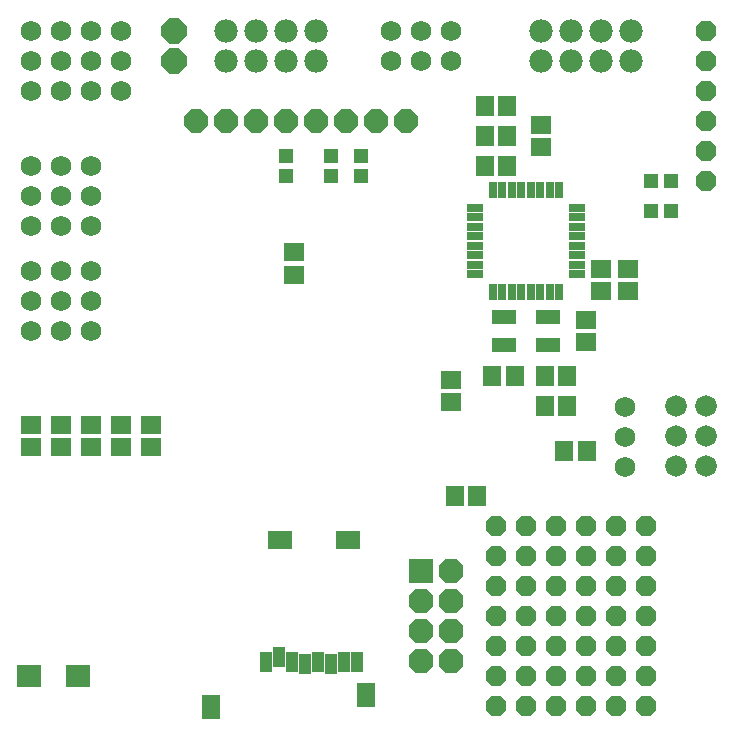
<source format=gbr>
G04 EAGLE Gerber RS-274X export*
G75*
%MOMM*%
%FSLAX34Y34*%
%LPD*%
%INSoldermask Bottom*%
%IPPOS*%
%AMOC8*
5,1,8,0,0,1.08239X$1,22.5*%
G01*
%ADD10R,1.703200X1.503200*%
%ADD11R,1.203200X1.303200*%
%ADD12R,1.003200X1.703200*%
%ADD13R,1.603200X2.103200*%
%ADD14R,2.003200X1.603200*%
%ADD15P,2.254402X8X202.500000*%
%ADD16R,2.082800X2.082800*%
%ADD17R,1.503200X1.703200*%
%ADD18P,2.144431X8X112.500000*%
%ADD19R,0.762000X1.473200*%
%ADD20R,1.473200X0.762000*%
%ADD21R,2.103200X1.303200*%
%ADD22R,1.303200X1.203200*%
%ADD23C,1.828800*%
%ADD24C,1.727200*%
%ADD25C,1.981200*%
%ADD26P,1.869504X8X22.500000*%
%ADD27P,1.869504X8X112.500000*%
%ADD28R,2.003200X1.903200*%
%ADD29P,2.309387X8X22.500000*%


D10*
X184150Y784250D03*
X184150Y803250D03*
D11*
X241300Y867800D03*
X241300Y884800D03*
X215900Y867800D03*
X215900Y884800D03*
X177800Y884800D03*
X177800Y867800D03*
D10*
X38100Y638200D03*
X38100Y657200D03*
X63500Y638200D03*
X63500Y657200D03*
X12700Y638200D03*
X12700Y657200D03*
X-12700Y638200D03*
X-12700Y657200D03*
X-38100Y638200D03*
X-38100Y657200D03*
D12*
X160940Y456680D03*
X171940Y460680D03*
X182940Y456680D03*
X193940Y454680D03*
X204940Y456680D03*
X215940Y454680D03*
X226940Y456680D03*
X237940Y456680D03*
D13*
X245840Y428180D03*
X114340Y418180D03*
D14*
X229840Y559680D03*
X172840Y559680D03*
D15*
X292100Y457200D03*
X292100Y482600D03*
X292100Y508000D03*
D16*
X292100Y533400D03*
D15*
X317500Y457200D03*
X317500Y482600D03*
X317500Y508000D03*
X317500Y533400D03*
D17*
X339700Y596900D03*
X320700Y596900D03*
X413410Y635000D03*
X432410Y635000D03*
X415900Y673100D03*
X396900Y673100D03*
D10*
X317500Y676300D03*
X317500Y695300D03*
D18*
X101600Y914400D03*
X127000Y914400D03*
X152400Y914400D03*
X177800Y914400D03*
X203200Y914400D03*
X228600Y914400D03*
X254000Y914400D03*
X279400Y914400D03*
D19*
X409000Y769874D03*
X401000Y769874D03*
X393000Y769874D03*
X385000Y769874D03*
X377000Y769874D03*
X369000Y769874D03*
X361000Y769874D03*
X353000Y769874D03*
D20*
X338074Y784800D03*
X338074Y792800D03*
X338074Y800800D03*
X338074Y808800D03*
X338074Y816800D03*
X338074Y824800D03*
X338074Y832800D03*
X338074Y840800D03*
D19*
X353000Y855726D03*
X361000Y855726D03*
X369000Y855726D03*
X377000Y855726D03*
X385000Y855726D03*
X393000Y855726D03*
X401000Y855726D03*
X409000Y855726D03*
D20*
X423926Y840800D03*
X423926Y832800D03*
X423926Y824800D03*
X423926Y816800D03*
X423926Y808800D03*
X423926Y800800D03*
X423926Y792800D03*
X423926Y784800D03*
D21*
X362500Y748100D03*
X399500Y725100D03*
X362500Y725100D03*
X399500Y748100D03*
D17*
X396900Y698500D03*
X415900Y698500D03*
X371450Y698500D03*
X352450Y698500D03*
D10*
X393700Y892200D03*
X393700Y911200D03*
D17*
X365100Y876300D03*
X346100Y876300D03*
X365100Y901700D03*
X346100Y901700D03*
X365100Y927100D03*
X346100Y927100D03*
D22*
X486800Y863600D03*
X503800Y863600D03*
X486800Y838200D03*
X503800Y838200D03*
D23*
X508000Y647700D03*
X533400Y647700D03*
X533400Y673100D03*
X508000Y673100D03*
X508000Y622300D03*
X533400Y622300D03*
D24*
X266700Y990600D03*
X292100Y990600D03*
X317500Y990600D03*
D10*
X431800Y746100D03*
X431800Y727100D03*
D25*
X393700Y990600D03*
X419100Y990600D03*
X444500Y990600D03*
X469900Y990600D03*
X393700Y965200D03*
X419100Y965200D03*
X444500Y965200D03*
X469900Y965200D03*
D24*
X-38100Y939800D03*
X-38100Y965200D03*
X-38100Y990600D03*
X-12700Y939800D03*
X-12700Y965200D03*
X-12700Y990600D03*
X12700Y939800D03*
X12700Y965200D03*
X12700Y990600D03*
X38100Y939800D03*
X38100Y965200D03*
X38100Y990600D03*
X-38100Y736600D03*
X-38100Y762000D03*
X-38100Y787400D03*
X-12700Y736600D03*
X-12700Y762000D03*
X-12700Y787400D03*
D25*
X127000Y990600D03*
X152400Y990600D03*
X177800Y990600D03*
X203200Y990600D03*
D24*
X-38100Y876300D03*
X-12700Y876300D03*
X12700Y876300D03*
X-38100Y850900D03*
X-12700Y850900D03*
X12700Y850900D03*
X-38100Y825500D03*
X-12700Y825500D03*
X12700Y825500D03*
D26*
X533400Y990600D03*
X533400Y965200D03*
X533400Y939800D03*
X533400Y914400D03*
X533400Y889000D03*
X533400Y863600D03*
D25*
X127000Y965200D03*
X152400Y965200D03*
X177800Y965200D03*
X203200Y965200D03*
D27*
X355600Y571500D03*
X381000Y571500D03*
X406400Y571500D03*
X431800Y571500D03*
X457200Y571500D03*
X482600Y571500D03*
X355600Y546100D03*
X381000Y546100D03*
X406400Y546100D03*
X431800Y546100D03*
X457200Y546100D03*
X482600Y546100D03*
X355600Y520700D03*
X381000Y520700D03*
X406400Y520700D03*
X431800Y520700D03*
X457200Y520700D03*
X482600Y520700D03*
X355600Y495300D03*
X381000Y495300D03*
X406400Y495300D03*
X431800Y495300D03*
X457200Y495300D03*
X482600Y495300D03*
X355600Y469900D03*
X381000Y469900D03*
X406400Y469900D03*
X431800Y469900D03*
X457200Y469900D03*
X482600Y469900D03*
X355600Y444500D03*
X381000Y444500D03*
X406400Y444500D03*
X431800Y444500D03*
X457200Y444500D03*
X482600Y444500D03*
X355600Y419100D03*
X381000Y419100D03*
X406400Y419100D03*
X431800Y419100D03*
X457200Y419100D03*
X482600Y419100D03*
D24*
X266700Y965200D03*
X292100Y965200D03*
X317500Y965200D03*
D28*
X-39550Y444500D03*
X1450Y444500D03*
D29*
X82550Y965200D03*
X82550Y990600D03*
D24*
X12700Y736600D03*
X12700Y762000D03*
X12700Y787400D03*
D10*
X444500Y789280D03*
X444500Y770280D03*
X467360Y789280D03*
X467360Y770280D03*
D24*
X464820Y671830D03*
X464820Y646430D03*
X464820Y621030D03*
M02*

</source>
